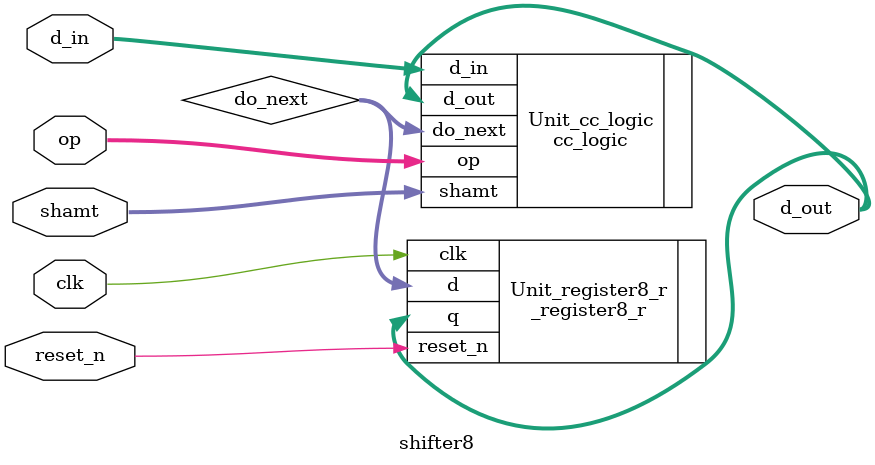
<source format=v>
module shifter8(clk, reset_n, op, shamt, d_in, d_out);
	input clk, reset_n;
	input [2:0] op;
	input [1:0] shamt;
	input [7:0] d_in;
	output [7:0] d_out;
	
	wire [7:0] d_out;
	wire [7:0] do_next;
	
	// instance shifhter with register and cc_logic
	_register8_r Unit_register8_r(.clk(clk), .reset_n(reset_n), .d(do_next), .q(d_out));
	cc_logic Unit_cc_logic(.op(op), .shamt(shamt), .d_in(d_in), .d_out(d_out), .do_next(do_next));
	
	
endmodule

</source>
